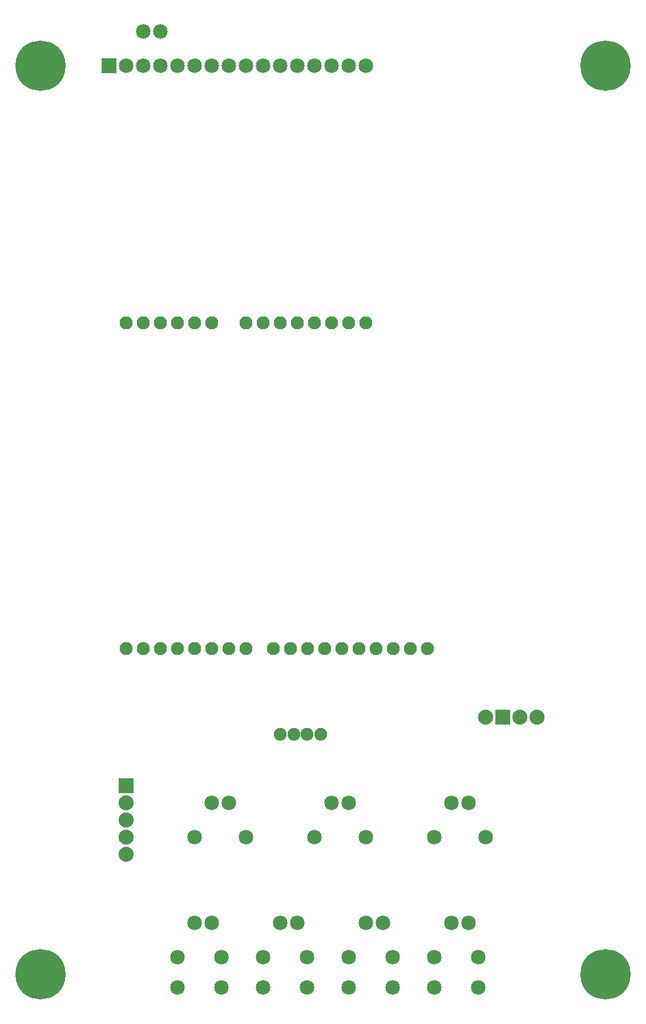
<source format=gbs>
G04 MADE WITH FRITZING*
G04 WWW.FRITZING.ORG*
G04 DOUBLE SIDED*
G04 HOLES PLATED*
G04 CONTOUR ON CENTER OF CONTOUR VECTOR*
%ASAXBY*%
%FSLAX23Y23*%
%MOIN*%
%OFA0B0*%
%SFA1.0B1.0*%
%ADD10C,0.088000*%
%ADD11C,0.293464*%
%ADD12C,0.085000*%
%ADD13C,0.076194*%
%ADD14C,0.076222*%
%ADD15C,0.075000*%
%ADD16R,0.088000X0.088000*%
%ADD17R,0.085000X0.085000*%
%LNMASK0*%
G90*
G70*
G54D10*
X814Y1382D03*
X814Y1282D03*
X814Y1182D03*
X814Y1082D03*
X814Y982D03*
X3214Y1782D03*
X3114Y1782D03*
X3014Y1782D03*
X2914Y1782D03*
G54D11*
X3614Y5582D03*
X314Y5582D03*
X314Y282D03*
X3614Y282D03*
G54D10*
X3014Y1782D03*
X2914Y1782D03*
G54D12*
X2614Y382D03*
X2870Y382D03*
X2614Y205D03*
X2870Y205D03*
G54D10*
X814Y1382D03*
X814Y1182D03*
X814Y982D03*
G54D13*
X1214Y4082D03*
X1114Y4082D03*
X1014Y4082D03*
X914Y4082D03*
X814Y4082D03*
G54D14*
X1674Y2182D03*
X1774Y2182D03*
X1874Y2182D03*
X1974Y2182D03*
X2074Y2182D03*
X2174Y2182D03*
X2274Y2182D03*
X2374Y2182D03*
X2474Y2182D03*
X2574Y2182D03*
X814Y2182D03*
X914Y2182D03*
X1014Y2182D03*
X1114Y2182D03*
X1214Y2182D03*
X1314Y2182D03*
X1414Y2182D03*
X1514Y2182D03*
G54D13*
X2114Y4082D03*
X2214Y4082D03*
X2014Y4082D03*
X1914Y4082D03*
X1814Y4082D03*
X1714Y4082D03*
X1614Y4082D03*
X1514Y4082D03*
X1314Y4082D03*
G54D12*
X1314Y1282D03*
X1414Y1282D03*
X2714Y582D03*
X2814Y582D03*
X2214Y582D03*
X2314Y582D03*
X1214Y582D03*
X1314Y582D03*
X2014Y1282D03*
X2114Y1282D03*
X1214Y1082D03*
X1514Y1082D03*
X1914Y1082D03*
X2214Y1082D03*
X2614Y1082D03*
X2914Y1082D03*
X2114Y382D03*
X2370Y382D03*
X2114Y205D03*
X2370Y205D03*
X1114Y382D03*
X1370Y382D03*
X1114Y205D03*
X1370Y205D03*
X714Y5582D03*
X814Y5582D03*
X914Y5582D03*
X1014Y5582D03*
X1114Y5582D03*
X1214Y5582D03*
X1314Y5582D03*
X1414Y5582D03*
X1514Y5582D03*
X1614Y5582D03*
X1714Y5582D03*
X1814Y5582D03*
X1914Y5582D03*
X2014Y5582D03*
X2114Y5582D03*
X2214Y5582D03*
G54D15*
X1714Y1682D03*
X1793Y1682D03*
X1871Y1682D03*
X1950Y1682D03*
G54D12*
X914Y5782D03*
X1014Y5782D03*
X2714Y1282D03*
X2814Y1282D03*
X1714Y582D03*
X1814Y582D03*
X1614Y382D03*
X1870Y382D03*
X1614Y205D03*
X1870Y205D03*
G54D16*
X3014Y1782D03*
X814Y1382D03*
G54D17*
X713Y5583D03*
G04 End of Mask0*
M02*
</source>
